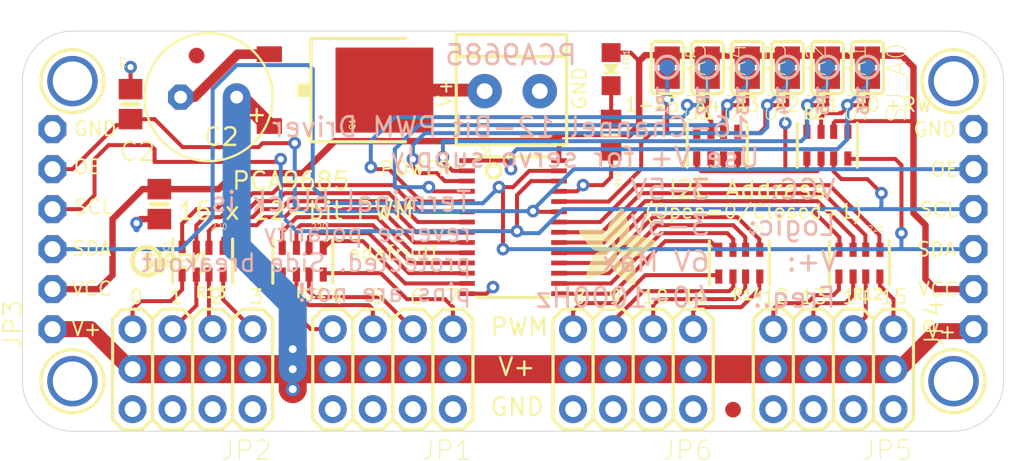
<source format=kicad_pcb>
(kicad_pcb (version 20221018) (generator pcbnew)
  (layers (0 "F.Cu" signal) (31 "B.Cu" signal) (34 "B.Paste" user) (35 "F.Paste" user) (36 "B.SilkS" user "B.Silkscreen") (37 "F.SilkS" user "F.Silkscreen") (38 "B.Mask" user) (39 "F.Mask" user) (44 "Edge.Cuts" user))
  (net 0 "")
  (net 1 "PWM0")
  (net 2 "PWM1")
  (net 3 "PWM2")
  (net 4 "PWM3")
  (net 5 "PWM4")
  (net 6 "PWM5")
  (net 7 "PWM6")
  (net 8 "PWM7")
  (net 9 "PWM8")
  (net 10 "PWM9")
  (net 11 "PWM10")
  (net 12 "PWM11")
  (net 13 "PWM12")
  (net 14 "PWM13")
  (net 15 "PWM14")
  (net 16 "PWM15")
  (net 17 "5.0V")
  (net 18 "GND")
  (net 19 "A0")
  (net 20 "A1")
  (net 21 "A2")
  (net 22 "A3")
  (net 23 "A4")
  (net 24 "A5")
  (net 25 "VCC")
  (net 26 "OE")
  (net 27 "SCL")
  (net 28 "SDA")
  (net 29 "PWRIN")
  (net 30 "N$1")
  (net 31 "N$2")
  (net 32 "N$3")
  (net 33 "N$4")
  (net 34 "N$5")
  (net 35 "N$6")
  (net 36 "N$7")
  (net 37 "N$8")
  (net 38 "N$9")
  (net 39 "N$10")
  (net 40 "N$11")
  (net 41 "N$12")
  (net 42 "N$13")
  (net 43 "N$14")
  (net 44 "N$15")
  (net 45 "N$16")
  (net 46 "N$17")
  (footprint "Adafruit PCA9685 rev C:E3,5-8" (layer "F.Cu") (at 129.1971 96.4946 180)
    (fp_text reference "C2")
    (fp_text value "")
  )
  (footprint "Adafruit PCA9685 rev C:3X04" (layer "F.Cu") (at 140.8811 113.7666 180)
    (fp_text reference "JP1")
    (fp_text value "")
  )
  (footprint "Adafruit PCA9685 rev C:RESPACK_4X0603" (layer "F.Cu") (at 168.4401 99.5426)
    (fp_text reference "R2")
    (fp_text value "10K")
  )
  (footprint "Adafruit PCA9685 rev C:3X04" (layer "F.Cu") (at 128.1811 113.7666 180)
    (fp_text reference "JP2")
    (fp_text value "")
  )
  (footprint "Adafruit PCA9685 rev C:FIDUCIAL_1MM" (layer "F.Cu") (at 162.4561 116.3386)
    (fp_text reference "FID1" hide)
    (fp_text value "FIDUCIAL\"\"" hide)
  )
  (footprint "Adafruit PCA9685 rev C:SOLDERJUMPER_REFLOW_NOPASTE" (layer "F.Cu") (at 163.3601 94.6216 -90)
    (fp_text reference "SJ_A3")
    (fp_text value "")
  )
  (footprint "Adafruit PCA9685 rev C:PCBFEAT-REV-040" (layer "F.Cu") (at 125.2601 106.9086)
    (fp_text reference "U$54" hide)
    (fp_text value "" hide)
  )
  (footprint "Adafruit PCA9685 rev C:MOUNTINGHOLE_2.5_PLATED" (layer "F.Cu") (at 120.5611 114.5286)
    (fp_text reference "U$48" hide)
    (fp_text value "MOUNTINGHOLE2.5" hide)
  )
  (footprint "Adafruit PCA9685 rev C:SOLDERJUMPER_REFLOW_NOPASTE" (layer "F.Cu") (at 160.8201 94.6216 -90)
    (fp_text reference "SJ_A4")
    (fp_text value "")
  )
  (footprint "Adafruit PCA9685 rev C:ADAFRUIT_5MM" (layer "F.Cu") (at 152.6921 108.4326)
    (fp_text reference "U$51" hide)
    (fp_text value "" hide)
  )
  (footprint "Adafruit PCA9685 rev C:3X04" (layer "F.Cu") (at 156.1211 113.7666 180)
    (fp_text reference "JP6")
    (fp_text value "")
  )
  (footprint "Adafruit PCA9685 rev C:RESPACK_4X0603" (layer "F.Cu") (at 161.4551 99.5426)
    (fp_text reference "R1")
    (fp_text value "10K")
  )
  (footprint "Adafruit PCA9685 rev C:RESPACK_4X0603" (layer "F.Cu") (at 162.8521 107.0356 180)
    (fp_text reference "R14")
    (fp_text value "220")
  )
  (footprint "Adafruit PCA9685 rev C:SOLDERJUMPER_REFLOW_NOPASTE" (layer "F.Cu") (at 165.9001 94.6216 -90)
    (fp_text reference "SJ_A2")
    (fp_text value "")
  )
  (footprint "Adafruit PCA9685 rev C:MOUNTINGHOLE_2.5_PLATED" (layer "F.Cu") (at 176.4411 114.5286)
    (fp_text reference "U$50" hide)
    (fp_text value "MOUNTINGHOLE2.5" hide)
  )
  (footprint "Adafruit PCA9685 rev C:1X06-CLEANBIG" (layer "F.Cu") (at 177.7111 104.8766 90)
    (fp_text reference "JP4")
    (fp_text value "")
  )
  (footprint "Adafruit PCA9685 rev C:0805-NO" (layer "F.Cu") (at 124.2441 96.9391 90)
    (fp_text reference "R7")
    (fp_text value "10K")
  )
  (footprint "Adafruit PCA9685 rev C:RESPACK_4X0603" (layer "F.Cu") (at 135.1661 106.9086 180)
    (fp_text reference "R11")
    (fp_text value "220")
  )
  (footprint "Adafruit PCA9685 rev C:RESPACK_4X0603" (layer "F.Cu") (at 128.8161 106.9086 180)
    (fp_text reference "R13")
    (fp_text value "220")
  )
  (footprint "Adafruit PCA9685 rev C:CHIPLED_0805_NOOUTLINE" (layer "F.Cu") (at 154.7241 94.7166 180)
    (fp_text reference "LED1")
    (fp_text value "GREEN")
  )
  (footprint "Adafruit PCA9685 rev C:MOUNTINGHOLE_2.5_PLATED" (layer "F.Cu") (at 120.5611 95.4786)
    (fp_text reference "U$47" hide)
    (fp_text value "MOUNTINGHOLE2.5" hide)
  )
  (footprint "Adafruit PCA9685 rev C:TSSOP28" (layer "F.Cu") (at 148.5011 104.7496 -90)
    (fp_text reference "U1")
    (fp_text value "PCA9685")
  )
  (footprint "Adafruit PCA9685 rev C:FIDUCIAL_1MM" (layer "F.Cu") (at 128.4341 93.8546)
    (fp_text reference "FID2" hide)
    (fp_text value "FIDUCIAL\"\"" hide)
  )
  (footprint "Adafruit PCA9685 rev C:0805-NO" (layer "F.Cu") (at 126.0696 103.2891 -90)
    (fp_text reference "C1")
    (fp_text value "10uF")
  )
  (footprint "Adafruit PCA9685 rev C:SOLDERJUMPER_REFLOW_NOPASTE" (layer "F.Cu") (at 168.4401 94.6216 -90)
    (fp_text reference "SJ_A1")
    (fp_text value "")
  )
  (footprint "Adafruit PCA9685 rev C:_0805MP" (layer "F.Cu") (at 154.7241 98.9076 -90)
    (fp_text reference "R10")
    (fp_text value "470")
  )
  (footprint "Adafruit PCA9685 rev C:MOUNTINGHOLE_2.5_PLATED" (layer "F.Cu") (at 176.4411 95.4786)
    (fp_text reference "U$49" hide)
    (fp_text value "MOUNTINGHOLE2.5" hide)
  )
  (footprint "Adafruit PCA9685 rev C:1X06-CLEANBIG" (layer "F.Cu") (at 119.2911 104.8766 90)
    (fp_text reference "JP3")
    (fp_text value "")
  )
  (footprint "Adafruit PCA9685 rev C:RESPACK_4X0603" (layer "F.Cu") (at 170.4721 107.0356 180)
    (fp_text reference "R12")
    (fp_text value "220")
  )
  (footprint "Adafruit PCA9685 rev C:TERMBLOCK_1X2-3.5MM" (layer "F.Cu") (at 148.5011 96.1136 180)
    (fp_text reference "J1")
    (fp_text value "" hide)
  )
  (footprint "Adafruit PCA9685 rev C:SOLDERJUMPER_REFLOW_NOPASTE" (layer "F.Cu") (at 158.2801 94.6216 -90)
    (fp_text reference "SJ_A5")
    (fp_text value "")
  )
  (footprint "Adafruit PCA9685 rev C:TO252" (layer "F.Cu") (at 137.8461 96.0486 -90)
    (fp_text reference "Q1")
    (fp_text value "AOD417")
  )
  (footprint "Adafruit PCA9685 rev C:3X04" (layer "F.Cu") (at 168.8211 113.7666 180)
    (fp_text reference "JP5")
    (fp_text value "")
  )
  (footprint "Adafruit PCA9685 rev C:SOLDERJUMPER_REFLOW_NOPASTE" (layer "F.Cu") (at 170.9801 94.6216 -90)
    (fp_text reference "SJ_A0")
    (fp_text value "")
  )
  (footprint "Adafruit PCA9685 rev C:TESTPOINT_ROUND_1MM" (layer "B.Cu") (at 168.4401 94.5896 -90)
    (fp_text reference "TP5")
    (fp_text value "")
  )
  (footprint "Adafruit PCA9685 rev C:TESTPOINT_ROUND_1MM" (layer "B.Cu") (at 170.9801 94.5896 -90)
    (fp_text reference "TP6")
    (fp_text value "")
  )
  (footprint "Adafruit PCA9685 rev C:TESTPOINT_ROUND_1MM" (layer "B.Cu") (at 160.8201 94.5896 -90)
    (fp_text reference "TP2")
    (fp_text value "")
  )
  (footprint "Adafruit PCA9685 rev C:TESTPOINT_ROUND_1MM" (layer "B.Cu") (at 165.9001 94.5896 -90)
    (fp_text reference "TP4")
    (fp_text value "")
  )
  (footprint "Adafruit PCA9685 rev C:TESTPOINT_ROUND_1MM" (layer "B.Cu") (at 163.3601 94.5896 -90)
    (fp_text reference "TP3")
    (fp_text value "")
  )
  (footprint "Adafruit PCA9685 rev C:TESTPOINT_ROUND_1MM" (layer "B.Cu") (at 158.2801 94.5896 -90)
    (fp_text reference "TP1")
    (fp_text value "")
  )
  (gr_arc (start 176.4411 92.3036) (mid 178.686164 93.233536) (end 179.6161 95.4786) (stroke (width 0.05)) (layer "Edge.Cuts"))
  (gr_line (start 176.4411 117.7036) (end 120.5611 117.7036) (stroke (width 0.05)) (layer "Edge.Cuts"))
  (gr_arc (start 120.5611 117.7036) (mid 118.316036 116.773664) (end 117.3861 114.5286) (stroke (width 0.05)) (layer "Edge.Cuts"))
  (gr_line (start 117.3861 114.5286) (end 117.3861 95.4786) (stroke (width 0.05)) (layer "Edge.Cuts"))
  (gr_line (start 179.6161 95.4786) (end 179.6161 114.5286) (stroke (width 0.05)) (layer "Edge.Cuts"))
  (gr_arc (start 179.6161 114.5286) (mid 178.686164 116.773664) (end 176.4411 117.7036) (stroke (width 0.05)) (layer "Edge.Cuts"))
  (gr_arc (start 117.3861 95.4786) (mid 118.316036 93.233536) (end 120.5611 92.3036) (stroke (width 0.05)) (layer "Edge.Cuts"))
  (gr_line (start 120.5611 92.3036) (end 176.4411 92.3036) (stroke (width 0.05)) (layer "Edge.Cuts"))
  (gr_text "Use V+ for servo supply" (at 164.2491 101.0666) (layer "B.SilkS") (effects (font (size 1.251712 1.251712) (thickness 0.170688)) (justify left bottom mirror)))
  (gr_text "protected. Side breakout" (at 145.9611 107.6706) (layer "B.SilkS") (effects (font (size 1.1176 1.1176) (thickness 0.1524)) (justify left bottom mirror)))
  (gr_text "40-1000Hz" (at 161.0741 109.9566) (layer "B.SilkS") (effects (font (size 1.251712 1.251712) (thickness 0.170688)) (justify left bottom mirror)))
  (gr_text "V+:" (at 169.2021 107.6706) (layer "B.SilkS") (effects (font (size 1.251712 1.251712) (thickness 0.170688)) (justify left bottom mirror)))
  (gr_text "reverse polarity" (at 145.9611 105.7656) (layer "B.SilkS") (effects (font (size 1.1176 1.1176) (thickness 0.1524)) (justify left bottom mirror)))
  (gr_text "Terminal block is" (at 145.9611 103.8606) (layer "B.SilkS") (effects (font (size 1.251712 1.251712) (thickness 0.170688)) (justify left bottom mirror)))
  (gr_text "Freq.:" (at 169.0751 109.9566) (layer "B.SilkS") (effects (font (size 1.251712 1.251712) (thickness 0.170688)) (justify left bottom mirror)))
  (gr_text "Logic:" (at 169.0751 105.3846) (layer "B.SilkS") (effects (font (size 1.251712 1.251712) (thickness 0.170688)) (justify left bottom mirror)))
  (gr_text "3-5V" (at 161.0741 103.0986) (layer "B.SilkS") (effects (font (size 1.251712 1.251712) (thickness 0.170688)) (justify left bottom mirror)))
  (gr_text "pins are not!" (at 145.9611 109.5756) (layer "B.SilkS") (effects (font (size 1.1176 1.1176) (thickness 0.1524)) (justify left bottom mirror)))
  (gr_text "6V Max" (at 161.0741 107.6706) (layer "B.SilkS") (effects (font (size 1.251712 1.251712) (thickness 0.170688)) (justify left bottom mirror)))
  (gr_text "VCC:" (at 169.0751 103.0986) (layer "B.SilkS") (effects (font (size 1.251712 1.251712) (thickness 0.170688)) (justify left bottom mirror)))
  (gr_text "3-5V" (at 161.0741 105.3846) (layer "B.SilkS") (effects (font (size 1.251712 1.251712) (thickness 0.170688)) (justify left bottom mirror)))
  (gr_text "PCA9685" (at 148.3741 93.8276) (layer "B.SilkS") (effects (font (size 1.251712 1.251712) (thickness 0.170688)) (justify mirror)))
  (gr_text "16-Channel 12-Bit PWM Driver" (at 148.3741 98.3996) (layer "B.SilkS") (effects (font (size 1.251712 1.251712) (thickness 0.170688)) (justify mirror)))
  (gr_text "GND" (at 176.6951 98.0186) (layer "F.SilkS") (effects (font (size 0.89408 0.89408) (thickness 0.12192)) (justify right top)))
  (gr_text "11" (at 159.1531 109.7026) (layer "F.SilkS") (effects (font (size 0.89408 0.89408) (thickness 0.12192)) (justify left bottom)))
  (gr_text "VCC" (at 176.8221 108.1786) (layer "F.SilkS") (effects (font (size 0.89408 0.89408) (thickness 0.12192)) (justify right top)))
  (gr_text "A3" (at 162.4711 97.5106) (layer "F.SilkS") (effects (font (size 0.89408 0.89408) (thickness 0.12192)) (justify left bottom)))
  (gr_text "GND" (at 120.5611 99.0346) (layer "F.SilkS") (effects (font (size 0.89408 0.89408) (thickness 0.12192)) (justify left bottom)))
  (gr_text "SDA" (at 176.6951 105.6386) (layer "F.SilkS") (effects (font (size 0.89408 0.89408) (thickness 0.12192)) (justify right top)))
  (gr_text "5" (at 139.3411 109.7026) (layer "F.SilkS") (effects (font (size 0.89408 0.89408) (thickness 0.12192)) (justify left bottom)))
  (gr_text "A2" (at 165.0111 97.5106) (layer "F.SilkS") (effects (font (size 0.89408 0.89408) (thickness 0.12192)) (justify left bottom)))
  (gr_text "adafruit!" (at 137.9601 106.9086) (layer "F.SilkS") (effects (font (size 0.89408 0.89408) (thickness 0.12192)) (justify left bottom)))
  (gr_text "4" (at 136.8011 109.7026) (layer "F.SilkS") (effects (font (size 0.89408 0.89408) (thickness 0.12192)) (justify left bottom)))
  (gr_text "8" (at 152.1681 109.7026) (layer "F.SilkS") (effects (font (size 0.89408 0.89408) (thickness 0.12192)) (justify left bottom)))
  (gr_text "C2" (at 128.8161 99.6696) (layer "F.SilkS") (effects (font (size 1.1176 1.1176) (thickness 0.1524)) (justify left bottom)))
  (gr_text "9" (at 154.4541 109.7026) (layer "F.SilkS") (effects (font (size 0.89408 0.89408) (thickness 0.12192)) (justify left bottom)))
  (gr_text "6" (at 141.8811 109.7026) (layer "F.SilkS") (effects (font (size 0.89408 0.89408) (thickness 0.12192)) (justify left bottom)))
  (gr_text "(Open=0/Closed=1)" (at 156.7561 104.2736) (layer "F.SilkS") (effects (font (size 0.89408 0.89408) (thickness 0.12192)) (justify left bottom)))
  (gr_text "A5" (at 157.3911 97.5106) (layer "F.SilkS") (effects (font (size 0.89408 0.89408) (thickness 0.12192)) (justify left bottom)))
  (gr_text "I2C Address" (at 158.2801 103.0036) (layer "F.SilkS") (effects (font (size 1.1176 1.1176) (thickness 0.1524)) (justify left bottom)))
  (gr_text "OE" (at 176.8221 100.5586) (layer "F.SilkS") (effects (font (size 0.89408 0.89408) (thickness 0.12192)) (justify right top)))
  (gr_text "SCL" (at 176.8221 103.0986) (layer "F.SilkS") (effects (font (size 0.89408 0.89408) (thickness 0.12192)) (justify right top)))
  (gr_text "14" (at 169.3131 109.7026) (layer "F.SilkS") (effects (font (size 0.89408 0.89408) (thickness 0.12192)) (justify left bottom)))
  (gr_text "V+" (at 147.4691 114.2746) (layer "F.SilkS") (effects (font (size 1.1176 1.1176) (thickness 0.1524)) (justify left bottom)))
  (gr_text "OE" (at 120.5611 101.4476) (layer "F.SilkS") (effects (font (size 0.89408 0.89408) (thickness 0.12192)) (justify left bottom)))
  (gr_text "GND" (at 153.2341 97.3756 90) (layer "F.SilkS") (effects (font (size 0.89408 0.89408) (thickness 0.12192)) (justify left bottom)))
  (gr_text "A1" (at 167.5511 97.5106) (layer "F.SilkS") (effects (font (size 0.89408 0.89408) (thickness 0.12192)) (justify left bottom)))
  (gr_text "PWM" (at 146.9611 111.7346) (layer "F.SilkS") (effects (font (size 1.1176 1.1176) (thickness 0.1524)) (justify left bottom)))
  (gr_text "13" (at 166.6461 109.7026) (layer "F.SilkS") (effects (font (size 0.89408 0.89408) (thickness 0.12192)) (justify left bottom)))
  (gr_text "12" (at 164.2331 109.7026) (layer "F.SilkS") (effects (font (size 0.89408 0.89408) (thickness 0.12192)) (justify left bottom)))
  (gr_text "2" (at 129.1811 109.7026) (layer "F.SilkS") (effects (font (size 0.89408 0.89408) (thickness 0.12192)) (justify left bottom)))
  (gr_text "10" (at 156.6131 109.7026) (layer "F.SilkS") (effects (font (size 0.89408 0.89408) (thickness 0.12192)) (justify left bottom)))
  (gr_text "A4" (at 159.9311 97.5106) (layer "F.SilkS") (effects (font (size 0.89408 0.89408) (thickness 0.12192)) (justify left bottom)))
  (gr_text "SDA" (at 120.4341 106.6546) (layer "F.SilkS") (effects (font (size 0.89408 0.89408) (thickness 0.12192)) (justify left bottom)))
  (gr_text "15" (at 171.7261 109.7026) (layer "F.SilkS") (effects (font (size 0.89408 0.89408) (thickness 0.12192)) (justify left bottom)))
  (gr_text "V+" (at 144.7251 97.2166 90) (layer "F.SilkS") (effects (font (size 0.89408 0.89408) (thickness 0.12192)) (justify left bottom)))
  (gr_text "POWER" (at 139.9921 101.5746) (layer "F.SilkS") (effects (font (size 0.89408 0.89408) (thickness 0.12192)) (justify left bottom)))
  (gr_text "PCA9685" (at 130.5941 102.4636) (layer "F.SilkS") (effects (font (size 1.1176 1.1176) (thickness 0.1524)) (justify left bottom)))
  (gr_text "V+" (at 120.4341 111.7346) (layer "F.SilkS") (effects (font (size 0.89408 0.89408) (thickness 0.12192)) (justify left bottom)))
  (gr_text "3" (at 131.7211 109.7026) (layer "F.SilkS") (effects (font (size 0.89408 0.89408) (thickness 0.12192)) (justify left bottom)))
  (gr_text "1+" (at 155.4861 97.5106) (layer "F.SilkS") (effects (font (size 0.89408 0.89408) (thickness 0.12192)) (justify left bottom)))
  (gr_text "7" (at 144.1671 109.7026) (layer "F.SilkS") (effects (font (size 0.89408 0.89408) (thickness 0.12192)) (justify left bottom)))
  (gr_text "V+" (at 176.6951 110.8456) (layer "F.SilkS") (effects (font (size 0.89408 0.89408) (thickness 0.12192)) (justify right top)))
  (gr_text "GND" (at 146.9611 116.8146) (layer "F.SilkS") (effects (font (size 1.1176 1.1176) (thickness 0.1524)) (justify left bottom)))
  (gr_text "1" (at 126.6411 109.7026) (layer "F.SilkS") (effects (font (size 0.89408 0.89408) (thickness 0.12192)) (justify left bottom)))
  (gr_text "SCL" (at 120.5611 103.9876) (layer "F.SilkS") (effects (font (size 0.89408 0.89408) (thickness 0.12192)) (justify left bottom)))
  (gr_text "+RW" (at 171.9961 97.5106) (layer "F.SilkS") (effects (font (size 0.89408 0.89408) (thickness 0.12192)) (justify left bottom)))
  (gr_text "A0" (at 170.0911 97.5106) (layer "F.SilkS") (effects (font (size 0.89408 0.89408) (thickness 0.12192)) (justify left bottom)))
  (gr_text "VCC" (at 120.4341 109.1946) (layer "F.SilkS") (effects (font (size 0.89408 0.89408) (thickness 0.12192)) (justify left bottom)))
  (gr_text "0" (at 124.1011 109.7026) (layer "F.SilkS") (effects (font (size 0.89408 0.89408) (thickness 0.12192)) (justify left bottom)))
  (gr_text "16 x 12-bit PWM" (at 127.1651 104.3686) (layer "F.SilkS") (effects (font (size 1.1176 1.1176) (thickness 0.1524)) (justify left bottom)))
  (segment (start 133.2611 102.5906) (end 133.7691 102.0826) (width 0.254) (layer "F.Cu") (net 1))
  (segment (start 131.4831 103.0986) (end 130.2131 103.0986) (width 0.254) (layer "F.Cu") (net 1))
  (segment (start 129.7051 103.6066) (end 128.4351 103.6066) (width 0.254) (layer "F.Cu") (net 1))
  (segment (start 133.7691 102.0826) (end 140.8811 102.0826) (width 0.254) (layer "F.Cu") (net 1))
  (segment (start 130.2131 103.0986) (end 129.7051 103.6066) (width 0.254) (layer "F.Cu") (net 1))
  (segment (start 128.4351 103.6066) (end 127.5161 104.5256) (width 0.254) (layer "F.Cu") (net 1))
  (segment (start 142.5731 103.7746) (end 145.5833 103.7746) (width 0.254) (layer "F.Cu") (net 1))
  (segment (start 140.8811 102.0826) (end 142.5731 103.7746) (width 0.254) (layer "F.Cu") (net 1))
  (segment (start 127.5161 104.5256) (end 127.5161 106.0586) (width 0.254) (layer "F.Cu") (net 1))
  (segment (start 131.9911 102.5906) (end 133.2611 102.5906) (width 0.254) (layer "F.Cu") (net 1))
  (segment (start 131.4831 103.0986) (end 131.9911 102.5906) (width 0.254) (layer "F.Cu") (net 1))
  (segment (start 132.2451 103.0986) (end 131.7371 103.6066) (width 0.254) (layer "F.Cu") (net 2))
  (segment (start 133.5151 103.0986) (end 132.2451 103.0986) (width 0.254) (layer "F.Cu") (net 2))
  (segment (start 133.5151 103.0986) (end 134.0231 102.5906) (width 0.254) (layer "F.Cu") (net 2))
  (segment (start 134.0231 102.5906) (end 140.6271 102.5906) (width 0.254) (layer "F.Cu") (net 2))
  (segment (start 128.4161 104.6416) (end 128.4161 106.0586) (width 0.254) (layer "F.Cu") (net 2))
  (segment (start 142.4611 104.4246) (end 145.5833 104.4246) (width 0.254) (layer "F.Cu") (net 2))
  (segment (start 140.6271 102.5906) (end 142.4611 104.4246) (width 0.254) (layer "F.Cu") (net 2))
  (segment (start 130.4671 103.6066) (end 129.9591 104.1146) (width 0.254) (layer "F.Cu") (net 2))
  (segment (start 129.9591 104.1146) (end 128.9431 104.1146) (width 0.254) (layer "F.Cu") (net 2))
  (segment (start 128.9431 104.1146) (end 128.4161 104.6416) (width 0.254) (layer "F.Cu") (net 2))
  (segment (start 131.7371 103.6066) (end 130.4671 103.6066) (width 0.254) (layer "F.Cu") (net 2))
  (segment (start 142.3491 105.0746) (end 145.5833 105.0746) (width 0.254) (layer "F.Cu") (net 3))
  (segment (start 131.9911 104.1146) (end 130.7211 104.1146) (width 0.254) (layer "F.Cu") (net 3))
  (segment (start 133.7691 103.6066) (end 134.2771 103.0986) (width 0.254) (layer "F.Cu") (net 3))
  (segment (start 132.4991 103.6066) (end 131.9911 104.1146) (width 0.254) (layer "F.Cu") (net 3))
  (segment (start 130.7211 104.1146) (end 130.2131 104.6226) (width 0.254) (layer "F.Cu") (net 3))
  (segment (start 129.2161 105.0226) (end 129.2161 106.0586) (width 0.254) (layer "F.Cu") (net 3))
  (segment (start 129.5781 104.6226) (end 129.1971 105.0036) (width 0.254) (layer "F.Cu") (net 3))
  (segment (start 133.7691 103.6066) (end 132.4991 103.6066) (width 0.254) (layer "F.Cu") (net 3))
  (segment (start 130.2131 104.6226) (end 129.5781 104.6226) (width 0.254) (layer "F.Cu") (net 3))
  (segment (start 134.2771 103.0986) (end 140.3731 103.0986) (width 0.254) (layer "F.Cu") (net 3))
  (segment (start 129.1971 105.0036) (end 129.2161 105.0226) (width 0.254) (layer "F.Cu") (net 3))
  (segment (start 140.3731 103.0986) (end 142.3491 105.0746) (width 0.254) (layer "F.Cu") (net 3))
  (segment (start 130.1161 105.4816) (end 130.1161 106.0586) (width 0.254) (layer "F.Cu") (net 4))
  (segment (start 132.7531 104.1146) (end 132.2451 104.6226) (width 0.254) (layer "F.Cu") (net 4))
  (segment (start 140.1191 103.6066) (end 142.2371 105.7246) (width 0.254) (layer "F.Cu") (net 4))
  (segment (start 134.5311 103.6066) (end 140.1191 103.6066) (width 0.254) (layer "F.Cu") (net 4))
  (segment (start 142.2371 105.7246) (end 145.5833 105.7246) (width 0.254) (layer "F.Cu") (net 4))
  (segment (start 132.2451 104.6226) (end 130.9751 104.6226) (width 0.254) (layer "F.Cu") (net 4))
  (segment (start 134.0231 104.1146) (end 132.7531 104.1146) (width 0.254) (layer "F.Cu") (net 4))
  (segment (start 134.0231 104.1146) (end 134.5311 103.6066) (width 0.254) (layer "F.Cu") (net 4))
  (segment (start 130.9751 104.6226) (end 130.1161 105.4816) (width 0.254) (layer "F.Cu") (net 4))
  (segment (start 133.8661 105.0336) (end 134.7851 104.1146) (width 0.254) (layer "F.Cu") (net 5))
  (segment (start 142.1251 106.3746) (end 145.5833 106.3746) (width 0.254) (layer "F.Cu") (net 5))
  (segment (start 134.7851 104.1146) (end 139.8651 104.1146) (width 0.254) (layer "F.Cu") (net 5))
  (segment (start 139.8651 104.1146) (end 142.1251 106.3746) (width 0.254) (layer "F.Cu") (net 5))
  (segment (start 133.8661 106.0586) (end 133.8661 105.0336) (width 0.254) (layer "F.Cu") (net 5))
  (segment (start 135.0391 104.6226) (end 139.6111 104.6226) (width 0.254) (layer "F.Cu") (net 6))
  (segment (start 134.7661 106.0586) (end 134.7661 104.8956) (width 0.254) (layer "F.Cu") (net 6))
  (segment (start 134.7661 104.8956) (end 135.0391 104.6226) (width 0.254) (layer "F.Cu") (net 6))
  (segment (start 142.0131 107.0246) (end 145.5833 107.0246) (width 0.254) (layer "F.Cu") (net 6))
  (segment (start 139.6111 104.6226) (end 142.0131 107.0246) (width 0.254) (layer "F.Cu") (net 6))
  (segment (start 135.5661 106.0586) (end 135.5661 105.3656) (width 0.254) (layer "F.Cu") (net 7))
  (segment (start 135.8011 105.1306) (end 139.3571 105.1306) (width 0.254) (layer "F.Cu") (net 7))
  (segment (start 139.3571 105.1306) (end 141.9011 107.6746) (width 0.254) (layer "F.Cu") (net 7))
  (segment (start 141.9011 107.6746) (end 145.5833 107.6746) (width 0.254) (layer "F.Cu") (net 7))
  (segment (start 135.5661 105.3656) (end 135.8011 105.1306) (width 0.254) (layer "F.Cu") (net 7))
  (segment (start 138.9761 105.6386) (end 141.6621 108.3246) (width 0.254) (layer "F.Cu") (net 8))
  (segment (start 136.4661 106.0586) (end 136.4661 106.1166) (width 0.254) (layer "F.Cu") (net 8))
  (segment (start 136.9441 105.6386) (end 138.9761 105.6386) (width 0.254) (layer "F.Cu") (net 8))
  (segment (start 136.4661 106.1166) (end 136.9441 105.6386) (width 0.254) (layer "F.Cu") (net 8))
  (segment (start 141.6621 108.3246) (end 145.5833 108.3246) (width 0.254) (layer "F.Cu") (net 8))
  (segment (start 161.0051 105.6386) (end 161.5521 106.1856) (width 0.254) (layer "F.Cu") (net 9))
  (segment (start 154.8171 108.9746) (end 158.1531 105.6386) (width 0.254) (layer "F.Cu") (net 9))
  (segment (start 151.4189 108.9746) (end 154.8171 108.9746) (width 0.254) (layer "F.Cu") (net 9))
  (segment (start 158.1531 105.6386) (end 161.0051 105.6386) (width 0.254) (layer "F.Cu") (net 9))
  (segment (start 151.4189 108.3246) (end 154.7051 108.3246) (width 0.254) (layer "F.Cu") (net 10))
  (segment (start 154.7051 108.3246) (end 157.8991 105.1306) (width 0.254) (layer "F.Cu") (net 10))
  (segment (start 162.4711 106.1666) (end 162.4521 106.1856) (width 0.254) (layer "F.Cu") (net 10))
  (segment (start 162.0901 105.1306) (end 162.4711 105.5116) (width 0.254) (layer "F.Cu") (net 10))
  (segment (start 162.4711 105.5116) (end 162.4711 106.1666) (width 0.254) (layer "F.Cu") (net 10))
  (segment (start 157.8991 105.1306) (end 162.0901 105.1306) (width 0.254) (layer "F.Cu") (net 10))
  (segment (start 162.4711 104.6226) (end 163.2331 105.3846) (width 0.254) (layer "F.Cu") (net 11))
  (segment (start 154.5931 107.6746) (end 157.6451 104.6226) (width 0.254) (layer "F.Cu") (net 11))
  (segment (start 157.6451 104.6226) (end 162.4711 104.6226) (width 0.254) (layer "F.Cu") (net 11))
  (segment (start 163.2331 105.3846) (end 163.2331 106.1666) (width 0.254) (layer "F.Cu") (net 11))
  (segment (start 163.2331 106.1666) (end 163.2521 106.1856) (width 0.254) (layer "F.Cu") (net 11))
  (segment (start 151.4189 107.6746) (end 154.5931 107.6746) (width 0.254) (layer "F.Cu") (net 11))
  (segment (start 162.7251 104.1146) (end 164.1221 105.5116) (width 0.254) (layer "F.Cu") (net 12))
  (segment (start 164.1221 106.1556) (end 164.1521 106.1856) (width 0.254) (layer "F.Cu") (net 12))
  (segment (start 157.3911 104.1146) (end 162.7251 104.1146) (width 0.254) (layer "F.Cu") (net 12))
  (segment (start 154.4811 107.0246) (end 157.3911 104.1146) (width 0.254) (layer "F.Cu") (net 12))
  (segment (start 151.4189 107.0246) (end 154.4811 107.0246) (width 0.254) (layer "F.Cu") (net 12))
  (segment (start 164.1221 105.5116) (end 164.1221 106.1556) (width 0.254) (layer "F.Cu") (net 12))
  (segment (start 157.1371 103.6066) (end 167.4241 103.6066) (width 0.254) (layer "F.Cu") (net 13))
  (segment (start 154.3691 106.3746) (end 157.1371 103.6066) (width 0.254) (layer "F.Cu") (net 13))
  (segment (start 151.4189 106.3746) (end 154.3691 106.3746) (width 0.254) (layer "F.Cu") (net 13))
  (segment (start 169.2021 106.1556) (end 169.1721 106.1856) (width 0.254) (layer "F.Cu") (net 13))
  (segment (start 167.4241 103.6066) (end 169.2021 105.3846) (width 0.254) (layer "F.Cu") (net 13))
  (segment (start 169.2021 105.3846) (end 169.2021 106.1556) (width 0.254) (layer "F.Cu") (net 13))
  (segment (start 170.0911 106.1666) (end 170.0721 106.1856) (width 0.254) (layer "F.Cu") (net 14))
  (segment (start 170.0911 105.3846) (end 170.0911 106.1666) (width 0.254) (layer "F.Cu") (net 14))
  (segment (start 154.2571 105.7246) (end 156.8831 103.0986) (width 0.254) (layer "F.Cu") (net 14))
  (segment (start 151.4189 105.7246) (end 154.2571 105.7246) (width 0.254) (layer "F.Cu") (net 14))
  (segment (start 156.8831 103.0986) (end 167.8051 103.0986) (width 0.254) (layer "F.Cu") (net 14))
  (segment (start 167.8051 103.0986) (end 170.0911 105.3846) (width 0.254) (layer "F.Cu") (net 14))
  (segment (start 156.6291 102.5906) (end 168.1861 102.5906) (width 0.254) (layer "F.Cu") (net 15))
  (segment (start 154.1451 105.0746) (end 156.6291 102.5906) (width 0.254) (layer "F.Cu") (net 15))
  (segment (start 170.8531 106.1666) (end 170.8721 106.1856) (width 0.254) (layer "F.Cu") (net 15))
  (segment (start 168.1861 102.5906) (end 170.8531 105.2576) (width 0.254) (layer "F.Cu") (net 15))
  (segment (start 170.8531 105.2576) (end 170.8531 106.1666) (width 0.254) (layer "F.Cu") (net 15))
  (segment (start 151.4189 105.0746) (end 154.1451 105.0746) (width 0.254) (layer "F.Cu") (net 15))
  (segment (start 171.7421 106.1556) (end 171.7721 106.1856) (width 0.254) (layer "F.Cu") (net 16))
  (segment (start 168.5671 102.0826) (end 171.7421 105.2576) (width 0.254) (layer "F.Cu") (net 16))
  (segment (start 156.3751 102.0826) (end 168.5671 102.0826) (width 0.254) (layer "F.Cu") (net 16))
  (segment (start 154.0331 104.4246) (end 156.3751 102.0826) (width 0.254) (layer "F.Cu") (net 16))
  (segment (start 171.7421 105.2576) (end 171.7421 106.1556) (width 0.254) (layer "F.Cu") (net 16))
  (segment (start 151.4189 104.4246) (end 154.0331 104.4246) (width 0.254) (layer "F.Cu") (net 16))
  (segment (start 121.7041 111.2266) (end 119.2911 111.2266) (width 1.016) (layer "F.Cu") (net 17))
  (segment (start 129.4511 113.7666) (end 126.9111 113.7666) (width 1.778) (layer "F.Cu") (net 17))
  (segment (start 154.8511 113.7666) (end 157.3911 113.7666) (width 1.778) (layer "F.Cu") (net 17))
  (segment (start 133.0461 98.3286) (end 131.2121 96.4946) (width 1.016) (layer "F.Cu") (net 17))
  (segment (start 170.0911 113.7666) (end 172.6311 113.7666) (width 1.778) (layer "F.Cu") (net 17))
  (segment (start 139.6111 113.7666) (end 137.0711 113.7666) (width 1.778) (layer "F.Cu") (net 17))
  (segment (start 124.2441 113.7666) (end 121.7041 111.2266) (width 1.016) (layer "F.Cu") (net 17))
  (segment (start 134.5311 113.7666) (end 134.5311 115.0366) (width 1.778) (layer "F.Cu") (net 17))
  (segment (start 134.5311 113.7666) (end 134.5311 112.4966) (width 1.778) (layer "F.Cu") (net 17))
  (segment (start 159.9311 113.7666) (end 165.0111 113.7666) (width 1.778) (layer "F.Cu") (net 17))
  (segment (start 173.0121 113.7666) (end 175.4251 111.3536) (width 1.016) (layer "F.Cu") (net 17))
  (segment (start 137.0711 113.7666) (end 134.5311 113.7666) (width 1.778) (layer "F.Cu") (net 17))
  (segment (start 172.6311 113.7666) (end 173.0121 113.7666) (width 0.254) (layer "F.Cu") (net 17))
  (segment (start 144.6911 113.7666) (end 142.1511 113.7666) (width 1.778) (layer "F.Cu") (net 17))
  (segment (start 157.3911 113.7666) (end 159.9311 113.7666) (width 1.778) (layer "F.Cu") (net 17))
  (segment (start 177.5841 111.3536) (end 177.7111 111.2266) (width 1.016) (layer "F.Cu") (net 17))
  (segment (start 152.3111 113.7666) (end 154.8511 113.7666) (width 1.778) (layer "F.Cu") (net 17))
  (segment (start 142.1511 113.7666) (end 139.6111 113.7666) (width 1.778) (layer "F.Cu") (net 17))
  (segment (start 124.3711 113.7666) (end 124.2441 113.7666) (width 0.254) (layer "F.Cu") (net 17))
  (segment (start 134.5311 113.7666) (end 131.9911 113.7666) (width 1.778) (layer "F.Cu") (net 17))
  (segment (start 175.4251 111.3536) (end 177.5841 111.3536) (width 1.016) (layer "F.Cu") (net 17))
  (segment (start 144.6911 113.7666) (end 152.3111 113.7666) (width 1.778) (layer "F.Cu") (net 17))
  (segment (start 131.9911 113.7666) (end 129.4511 113.7666) (width 1.778) (layer "F.Cu") (net 17))
  (segment (start 131.2121 96.4946) (end 130.9751 96.4946) (width 1.016) (layer "F.Cu") (net 17))
  (segment (start 165.0111 113.7666) (end 167.5511 113.7666) (width 1.778) (layer "F.Cu") (net 17))
  (segment (start 167.5511 113.7666) (end 170.0911 113.7666) (width 1.778) (layer "F.Cu") (net 17))
  (segment (start 126.9111 113.7666) (end 124.3711 113.7666) (width 1.778) (layer "F.Cu") (net 17))
  (via (at 134.5311 112.4966) (size 0.9064) (drill 0.5) (layers "F.Cu" "B.Cu") (net 17))
  (via (at 134.5311 113.7666) (size 0.9064) (drill 0.5) (layers "F.Cu" "B.Cu") (net 17))
  (via (at 134.5311 115.0366) (size 0.9064) (drill 0.5) (layers "F.Cu" "B.Cu") (net 17))
  (segment (start 134.5311 109.5756) (end 130.9751 106.0196) (width 1.778) (layer "B.Cu") (net 17))
  (segment (start 130.9751 106.0196) (end 130.9751 96.4946) (width 1.778) (layer "B.Cu") (net 17))
  (segment (start 134.5311 113.7666) (end 134.5311 109.5756) (width 1.778) (layer "B.Cu") (net 17))
  (segment (start 165.7731 101.1936) (end 167.1701 101.1936) (width 0.254) (layer "F.Cu") (net 18))
  (segment (start 160.4391 101.1936) (end 161.0741 101.1936) (width 0.254) (layer "F.Cu") (net 18))
  (segment (start 167.1701 101.1936) (end 167.8051 101.1936) (width 0.254) (layer "F.Cu") (net 18))
  (segment (start 145.5833 108.9746) (end 146.8161 108.9746) (width 0.254) (layer "F.Cu") (net 18))
  (segment (start 168.0591 100.9396) (end 168.0591 100.4116) (width 0.254) (layer "F.Cu") (net 18))
  (segment (start 154.7241 99.9236) (end 154.7241 101.5746) (width 0.254) (layer "F.Cu") (net 18))
  (segment (start 161.0551 101.1746) (end 161.0741 101.1936) (width 0.254) (layer "F.Cu") (net 18))
  (segment (start 160.1551 100.3926) (end 160.1551 100.9096) (width 0.254) (layer "F.Cu") (net 18))
  (segment (start 161.8551 101.1746) (end 161.8361 101.1936) (width 0.254) (layer "F.Cu") (net 18))
  (segment (start 167.1401 101.1636) (end 167.1701 101.1936) (width 0.254) (layer "F.Cu") (net 18))
  (segment (start 162.8521 101.1936) (end 165.7731 101.1936) (width 0.254) (layer "F.Cu") (net 18))
  (segment (start 161.8551 100.3926) (end 161.8551 101.1746) (width 0.254) (layer "F.Cu") (net 18))
  (segment (start 152.5541 102.4746) (end 152.9461 102.0826) (width 0.254) (layer "F.Cu") (net 18))
  (segment (start 161.0741 101.1936) (end 161.8361 101.1936) (width 0.254) (layer "F.Cu") (net 18))
  (segment (start 124.2441 94.5896) (end 124.2441 95.9891) (width 0.254) (layer "F.Cu") (net 18))
  (segment (start 131.0341 93.7686) (end 128.3081 96.4946) (width 0.6096) (layer "F.Cu") (net 18))
  (segment (start 168.0591 100.4116) (end 168.0401 100.3926) (width 0.254) (layer "F.Cu") (net 18))
  (segment (start 162.7551 101.0966) (end 162.8521 101.1936) (width 0.254) (layer "F.Cu") (net 18))
  (segment (start 161.8361 101.1936) (end 162.8521 101.1936) (width 0.254) (layer "F.Cu") (net 18))
  (segment (start 167.8051 101.1936) (end 168.0591 100.9396) (width 0.254) (layer "F.Cu") (net 18))
  (segment (start 154.7241 101.5746) (end 154.2161 102.0826) (width 0.254) (layer "F.Cu") (net 18))
  (segment (start 154.2161 102.0826) (end 152.9461 102.0826) (width 0.254) (layer "F.Cu") (net 18))
  (segment (start 128.3081 96.4946) (end 127.4191 96.4946) (width 0.6096) (layer "F.Cu") (net 18))
  (segment (start 124.8816 104.2391) (end 124.6251 104.4956) (width 0.4064) (layer "F.Cu") (net 18))
  (segment (start 160.1551 100.9096) (end 160.4391 101.1936) (width 0.254) (layer "F.Cu") (net 18))
  (segment (start 161.0551 100.3926) (end 161.0551 101.1746) (width 0.254) (layer "F.Cu") (net 18))
  (segment (start 162.7551 100.3926) (end 162.7551 101.0966) (width 0.254) (layer "F.Cu") (net 18))
  (segment (start 133.0461 93.7686) (end 131.0341 93.7686) (width 0.6096) (layer "F.Cu") (net 18))
  (segment (start 146.8161 108.9746) (end 147.2311 108.5596) (width 0.254) (layer "F.Cu") (net 18))
  (segment (start 151.4189 102.4746) (end 152.5541 102.4746) (width 0.254) (layer "F.Cu") (net 18))
  (segment (start 165.7731 98.1456) (end 165.7731 101.1936) (width 0.254) (layer "F.Cu") (net 18))
  (segment (start 167.1401 100.3926) (end 167.1401 101.1636) (width 0.254) (layer "F.Cu") (net 18))
  (segment (start 126.0696 104.2391) (end 124.8816 104.2391) (width 0.4064) (layer "F.Cu") (net 18))
  (via (at 165.7731 98.1456) (size 0.8001) (drill 0.3937) (layers "F.Cu" "B.Cu") (net 18))
  (via (at 152.9461 102.0826) (size 0.8001) (drill 0.3937) (layers "F.Cu" "B.Cu") (net 18))
  (via (at 124.6251 104.4956) (size 0.8001) (drill 0.3937) (layers "F.Cu" "B.Cu") (net 18))
  (via (at 147.2311 108.5596) (size 0.8001) (drill 0.3937) (layers "F.Cu" "B.Cu") (net 18))
  (via (at 124.2441 94.5896) (size 0.8001) (drill 0.3937) (layers "F.Cu" "B.Cu") (net 18))
  (segment (start 124.6251 104.4956) (end 124.6251 104.8766) (width 0.4064) (layer "B.Cu") (net 18))
  (segment (start 152.9461 102.0826) (end 153.2001 102.0826) (width 0.254) (layer "B.Cu") (net 18))
  (segment (start 170.9801 97.0026) (end 170.9801 95.3836) (width 0.254) (layer "F.Cu") (net 19))
  (segment (start 169.3291 97.5106) (end 169.7101 97.1296) (width 0.254) (layer "F.Cu") (net 19))
  (segment (start 168.3131 97.5106) (end 169.3291 97.5106) (width 0.254) (layer "F.Cu") (net 19))
  (segment (start 169.7101 97.1296) (end 169.7101 97.0026) (width 0.254) (layer "F.Cu") (net 19))
  (segment (start 168.0401 98.6926) (end 168.0401 97.7836) (width 0.254) (layer "F.Cu") (net 19))
  (segment (start 168.0401 97.7836) (end 168.3131 97.5106) (width 0.254) (layer "F.Cu") (net 19))
  (segment (start 145.5833 100.5246) (end 148.0861 100.5246) (width 0.254) (layer "F.Cu") (net 19))
  (segment (start 169.7101 97.0026) (end 170.9801 97.0026) (width 0.254) (layer "F.Cu") (net 19))
  (segment (start 148.3741 100.8126) (end 148.3741 101.0666) (width 0.254) (layer "F.Cu") (net 19))
  (segment (start 148.0861 100.5246) (end 148.3741 100.8126) (width 0.254) (layer "F.Cu") (net 19))
  (via (at 148.3741 101.0666) (size 0.8001) (drill 0.3937) (layers "F.Cu" "B.Cu") (net 19))
  (via (at 169.7101 97.0026) (size 0.8001) (drill 0.3937) (layers "F.Cu" "B.Cu") (net 19))
  (segment (start 148.3741 100.1776) (end 148.7551 99.7966) (width 0.254) (layer "B.Cu") (net 19))
  (segment (start 170.9801 95.7326) (end 169.7101 97.0026) (width 0.254) (layer "B.Cu") (net 19))
  (segment (start 170.9801 94.5896) (end 170.9801 95.7326) (width 0.254) (layer "B.Cu") (net 19))
  (segment (start 169.0751 99.7966) (end 169.7101 99.1616) (width 0.254) (layer "B.Cu") (net 19))
  (segment (start 169.7101 99.1616) (end 169.7101 97.0026) (width 0.254) (layer "B.Cu") (net 19))
  (segment (start 148.3741 101.0666) (end 148.3741 100.1776) (width 0.254) (layer "B.Cu") (net 19))
  (segment (start 148.7551 99.7966) (end 169.0751 99.7966) (width 0.254) (layer "B.Cu") (net 19))
  (segment (start 144.0561 100.5586) (end 144.0561 100.3046) (width 0.254) (layer "F.Cu") (net 20))
  (segment (start 144.6721 101.1746) (end 144.0561 100.5586) (width 0.254) (layer "F.Cu") (net 20))
  (segment (start 167.1401 97.0326) (end 167.1701 97.0026) (width 0.254) (layer "F.Cu") (net 20))
  (segment (start 167.1401 98.6926) (end 167.1401 97.0326) (width 0.254) (layer "F.Cu") (net 20))
  (segment (start 168.4401 97.0026) (end 168.4401 95.3836) (width 0.254) (layer "F.Cu") (net 20))
  (segment (start 145.5833 101.1746) (end 144.6721 101.1746) (width 0.254) (layer "F.Cu") (net 20))
  (segment (start 167.1701 97.0026) (end 168.4401 97.0026) (width 0.254) (layer "F.Cu") (net 20))
  (via (at 167.1701 97.0026) (size 0.8001) (drill 0.3937) (layers "F.Cu" "B.Cu") (net 20))
  (via (at 144.0561 100.3046) (size 0.8001) (drill 0.3937) (layers "F.Cu" "B.Cu") (net 20))
  (segment (start 168.4401 95.7326) (end 167.1701 97.0026) (width 0.254) (layer "B.Cu") (net 20))
  (segment (start 144.0561 100.3046) (end 144.0561 99.2886) (width 0.254) (layer "B.Cu") (net 20))
  (segment (start 144.0561 99.2886) (end 166.7891 99.2886) (width 0.254) (layer "B.Cu") (net 20))
  (segment (start 166.7891 99.2886) (end 167.1701 98.9076) (width 0.254) (layer "B.Cu") (net 20))
  (segment (start 167.1701 98.9076) (end 167.1701 97.0026) (width 0.254) (layer "B.Cu") (net 20))
  (segment (start 168.4401 94.5896) (end 168.4401 95.7326) (width 0.254) (layer "B.Cu") (net 20))
  (segment (start 164.1221 98.7806) (end 162.8431 98.7806) (width 0.254) (layer "F.Cu") (net 21))
  (segment (start 164.5031 97.1296) (end 164.5031 98.3996) (width 0.254) (layer "F.Cu") (net 21))
  (segment (start 142.1511 100.9396) (end 142.5321 101.3206) (width 0.254) (layer "F.Cu") (net 21))
  (segment (start 142.1511 100.9396) (end 142.1511 100.4316) (width 0.254) (layer "F.Cu") (net 21))
  (segment (start 162.8431 98.7806) (end 162.7551 98.6926) (width 0.254) (layer "F.Cu") (net 21))
  (segment (start 164.5031 98.3996) (end 164.1221 98.7806) (width 0.254) (layer "F.Cu") (net 21))
  (segment (start 164.6301 97.0026) (end 165.9001 97.0026) (width 0.254) (layer "F.Cu") (net 21))
  (segment (start 144.1791 101.8246) (end 145.5833 101.8246) (width 0.254) (layer "F.Cu") (net 21))
  (segment (start 165.9001 97.0026) (end 165.9001 95.3836) (width 0.254) (layer "F.Cu") (net 21))
  (segment (start 164.5031 97.1296) (end 164.6301 97.0026) (width 0.254) (layer "F.Cu") (net 21))
  (segment (start 143.6751 101.3206) (end 144.1791 101.8246) (width 0.254) (layer "F.Cu") (net 21))
  (segment (start 142.5321 101.3206) (end 143.6751 101.3206) (width 0.254) (layer "F.Cu") (net 21))
  (via (at 164.6301 97.0026) (size 0.8001) (drill 0.3937) (layers "F.Cu" "B.Cu") (net 21))
  (via (at 142.1511 100.4316) (size 0.8001) (drill 0.3937) (layers "F.Cu" "B.Cu") (net 21))
  (segment (start 142.9131 98.7806) (end 164.2491 98.7806) (width 0.254) (layer "B.Cu") (net 21))
  (segment (start 165.9001 95.7326) (end 164.6301 97.0026) (width 0.254) (layer "B.Cu") (net 21))
  (segment (start 164.2491 98.7806) (end 164.6301 98.3996) (width 0.254) (layer "B.Cu") (net 21))
  (segment (start 142.1511 99.5426) (end 142.9131 98.7806) (width 0.254) (layer "B.Cu") (net 21))
  (segment (start 165.9001 94.5896) (end 165.9001 95.7326) (width 0.254) (layer "B.Cu") (net 21))
  (segment (start 164.6301 98.3996) (end 164.6301 97.0026) (width 0.254) (layer "B.Cu") (net 21))
  (segment (start 142.1511 100.4316) (end 142.1511 99.5426) (width 0.254) (layer "B.Cu") (net 21))
  (segment (start 143.4321 102.4746) (end 145.5833 102.4746) (width 0.254) (layer "F.Cu") (net 22))
  (segment (start 163.3601 97.0026) (end 163.3601 95.3836) (width 0.254) (layer "F.Cu") (net 22))
  (segment (start 161.8551 97.2376) (end 162.0901 97.0026) (width 0.254) (layer "F.Cu") (net 22))
  (segment (start 143.1671 102.2096) (end 143.4321 102.4746) (width 0.254) (layer "F.Cu") (net 22))
  (segment (start 162.0901 97.0026) (end 163.3601 97.0026) (width 0.254) (layer "F.Cu") (net 22))
  (segment (start 161.8551 98.6926) (end 161.8551 97.2376) (width 0.254) (layer "F.Cu") (net 22))
  (via (at 143.1671 102.2096) (size 0.8001) (drill 0.3937) (layers "F.Cu" "B.Cu") (net 22))
  (via (at 162.0901 97.0026) (size 0.8001) (drill 0.3937) (layers "F.Cu" "B.Cu") (net 22))
  (segment (start 141.0081 102.2096) (end 141.0081 99.7966) (width 0.254) (layer "B.Cu") (net 22))
  (segment (start 162.0901 97.7646) (end 162.0901 97.0026) (width 0.254) (layer "B.Cu") (net 22))
  (segment (start 161.5821 98.2726) (end 162.0901 97.7646) (width 0.254) (layer "B.Cu") (net 22))
  (segment (start 163.3601 95.7326) (end 162.0901 97.0026) (width 0.254) (layer "B.Cu") (net 22))
  (segment (start 141.0081 102.2096) (end 143.1671 102.2096) (width 0.254) (layer "B.Cu") (net 22))
  (segment (start 141.0081 99.7966) (end 142.5321 98.2726) (width 0.254) (layer "B.Cu") (net 22))
  (segment (start 163.3601 94.5896) (end 163.3601 95.7326) (width 0.254) (layer "B.Cu") (net 22))
  (segment (start 142.5321 98.2726) (end 161.5821 98.2726) (width 0.254) (layer "B.Cu") (net 22))
  (segment (start 140.6271 101.0666) (end 139.6111 101.0666) (width 0.254) (layer "F.Cu") (net 23))
  (segment (start 142.6851 103.1246) (end 140.6271 101.0666) (width 0.254) (layer "F.Cu") (net 23))
  (segment (start 160.8201 97.0026) (end 160.8201 95.3836) (width 0.254) (layer "F.Cu") (net 23))
  (segment (start 142.6851 103.1246) (end 145.5833 103.1246) (width 0.254) (layer "F.Cu") (net 23))
  (segment (start 160.8201 97.7646) (end 161.0741 98.0186) (width 0.254) (layer "F.Cu") (net 23))
  (segment (start 161.0741 98.6736) (end 161.0551 98.6926) (width 0.254) (layer "F.Cu") (net 23))
  (segment (start 159.5501 97.0026) (end 160.8201 97.0026) (width 0.254) (layer "F.Cu") (net 23))
  (segment (start 160.8201 97.0026) (end 160.8201 97.7646) (width 0.254) (layer "F.Cu") (net 23))
  (segment (start 139.6111 101.0666) (end 139.4841 100.9396) (width 0.254) (layer "F.Cu") (net 23))
  (segment (start 161.0741 98.0186) (end 161.0741 98.6736) (width 0.254) (layer "F.Cu") (net 23))
  (via (at 139.4841 100.9396) (size 0.8001) (drill 0.3937) (layers "F.Cu" "B.Cu") (net 23))
  (via (at 159.5501 97.0026) (size 0.8001) (drill 0.3937) (layers "F.Cu" "B.Cu") (net 23))
  (segment (start 160.8201 96.4946) (end 160.3121 97.0026) (width 0.254) (layer "B.Cu") (net 23))
  (segment (start 139.4841 100.9396) (end 139.4841 99.2886) (width 0.254) (layer "B.Cu") (net 23))
  (segment (start 160.8201 94.5896) (end 160.8201 96.4946) (width 0.254) (layer "B.Cu") (net 23))
  (segment (start 160.3121 97.0026) (end 159.5501 97.0026) (width 0.254) (layer "B.Cu") (net 23))
  (segment (start 159.5501 97.5106) (end 159.5501 97.0026) (width 0.254) (layer "B.Cu") (net 23))
  (segment (start 139.4841 99.2886) (end 141.0081 97.7646) (width 0.254) (layer "B.Cu") (net 23))
  (segment (start 159.2961 97.7646) (end 159.5501 97.5106) (width 0.254) (layer "B.Cu") (net 23))
  (segment (start 141.0081 97.7646) (end 159.2961 97.7646) (width 0.254) (layer "B.Cu") (net 23))
  (segment (start 160.0671 98.7806) (end 160.1551 98.6926) (width 0.254) (layer "F.Cu") (net 24))
  (segment (start 158.2801 98.7806) (end 160.0671 98.7806) (width 0.254) (layer "F.Cu") (net 24))
  (segment (start 157.2641 98.7806) (end 158.2801 98.7806) (width 0.254) (layer "F.Cu") (net 24))
  (segment (start 158.2801 95.3836) (end 158.2801 96.6216) (width 0.254) (layer "F.Cu") (net 24))
  (segment (start 156.6291 101.0666) (end 156.6291 99.4156) (width 0.254) (layer "F.Cu") (net 24))
  (segment (start 154.5711 103.1246) (end 156.6291 101.0666) (width 0.254) (layer "F.Cu") (net 24))
  (segment (start 156.6291 99.4156) (end 157.2641 98.7806) (width 0.254) (layer "F.Cu") (net 24))
  (segment (start 158.2801 96.6216) (end 158.2801 98.7806) (width 0.254) (layer "F.Cu") (net 24))
  (segment (start 151.4189 103.1246) (end 154.5711 103.1246) (width 0.254) (layer "F.Cu") (net 24))
  (via (at 158.2801 96.6216) (size 0.8001) (drill 0.3937) (layers "F.Cu" "B.Cu") (net 24))
  (segment (start 158.2801 94.5896) (end 158.2801 96.6216) (width 0.254) (layer "B.Cu") (net 24))
  (segment (start 168.4401 93.8596) (end 170.9801 93.8596) (width 0.4064) (layer "F.Cu") (net 25))
  (segment (start 163.3601 93.8596) (end 165.9001 93.8596) (width 0.4064) (layer "F.Cu") (net 25))
  (segment (start 168.8401 98.1266) (end 168.9481 98.0186) (width 0.254) (layer "F.Cu") (net 25))
  (segment (start 126.0721 102.3366) (end 125.0061 102.3366) (width 0.4064) (layer "F.Cu") (net 25))
  (segment (start 154.7241 93.6666) (end 155.9601 93.6666) (width 0.254) (layer "F.Cu") (net 25))
  (segment (start 169.7401 98.6926) (end 169.7401 98.0486) (width 0.254) (layer "F.Cu") (net 25))
  (segment (start 174.6631 104.6226) (end 174.6631 108.0516) (width 0.4064) (layer "F.Cu") (net 25))
  (segment (start 123.1011 104.2416) (end 123.1011 107.7976) (width 0.4064) (layer "F.Cu") (net 25))
  (segment (start 130.8481 101.3206) (end 129.8321 102.3366) (width 0.4064) (layer "F.Cu") (net 25))
  (segment (start 170.9801 93.8596) (end 173.1711 93.8596) (width 0.4064) (layer "F.Cu") (net 25))
  (segment (start 173.9011 98.1456) (end 173.9011 103.8606) (width 0.4064) (layer "F.Cu") (net 25))
  (segment (start 151.4189 99.0314) (end 151.4189 100.5246) (width 0.3048) (layer "F.Cu") (net 25))
  (segment (start 151.2951 98.9076) (end 150.9141 99.2886) (width 0.4064) (layer "F.Cu") (net 25))
  (segment (start 173.1711 93.8596) (end 173.9011 94.5896) (width 0.4064) (layer "F.Cu") (net 25))
  (segment (start 173.7741 98.0186) (end 173.9011 98.1456) (width 0.254) (layer "F.Cu") (net 25))
  (segment (start 156.5021 98.2726) (end 156.5021 94.2086) (width 0.4064) (layer "F.Cu") (net 25))
  (segment (start 151.2951 98.9076) (end 155.8671 98.9076) (width 0.254) (layer "F.Cu") (net 25))
  (segment (start 165.9001 93.8596) (end 168.4401 93.8596) (width 0.4064) (layer "F.Cu") (net 25))
  (segment (start 155.8671 98.9076) (end 156.5021 98.2726) (width 0.4064) (layer "F.Cu") (net 25))
  (segment (start 173.9011 94.5896) (end 173.9011 98.1456) (width 0.4064) (layer "F.Cu") (net 25))
  (segment (start 151.2951 98.9076) (end 151.4189 99.0314) (width 0.4064) (layer "F.Cu") (net 25))
  (segment (start 168.8401 98.6926) (end 168.8401 98.1266) (width 0.254) (layer "F.Cu") (net 25))
  (segment (start 122.2121 108.6866) (end 119.2911 108.6866) (width 0.4064) (layer "F.Cu") (net 25))
  (segment (start 156.8831 93.8276) (end 158.2481 93.8276) (width 0.4064) (layer "F.Cu") (net 25))
  (segment (start 125.0061 102.3366) (end 123.1011 104.2416) (width 0.4064) (layer "F.Cu") (net 25))
  (segment (start 160.8201 93.8596) (end 163.3601 93.8596) (width 0.4064) (layer "F.Cu") (net 25))
  (segment (start 168.9481 98.0186) (end 169.7101 98.0186) (width 0.254) (layer "F.Cu") (net 25))
  (segment (start 150.9141 99.2886) (end 137.1981 99.2886) (width 0.4064) (layer "F.Cu") (net 25))
  (segment (start 156.5021 94.2086) (end 156.8831 93.8276) (width 0.4064) (layer "F.Cu") (net 25))
  (segment (start 129.8321 102.3366) (end 126.0721 102.3366) (width 0.4064) (layer "F.Cu") (net 25))
  (segment (start 155.9601 93.6666) (end 156.5021 94.2086) (width 0.254) (layer "F.Cu") (net 25))
  (segment (start 169.7101 98.0186) (end 173.7741 98.0186) (width 0.254) (layer "F.Cu") (net 25))
  (segment (start 174.6631 108.0516) (end 175.2981 108.6866) (width 0.4064) (layer "F.Cu") (net 25))
  (segment (start 135.1661 101.3206) (end 130.8481 101.3206) (width 0.4064) (layer "F.Cu") (net 25))
  (segment (start 137.1981 99.2886) (end 135.1661 101.3206) (width 0.4064) (layer "F.Cu") (net 25))
  (segment (start 175.2981 108.6866) (end 177.7111 108.6866) (width 0.4064) (layer "F.Cu") (net 25))
  (segment (start 123.1011 107.7976) (end 122.2121 108.6866) (width 0.4064) (layer "F.Cu") (net 25))
  (segment (start 126.0721 102.3366) (end 126.0696 102.3391) (width 0.4064) (layer "F.Cu") (net 25))
  (segment (start 169.7401 98.0486) (end 169.7101 98.0186) (width 0.254) (layer "F.Cu") (net 25))
  (segment (start 158.2481 93.8276) (end 158.2801 93.8596) (width 0.4064) (layer "F.Cu") (net 25))
  (segment (start 158.2801 93.8596) (end 160.8201 93.8596) (width 0.4064) (layer "F.Cu") (net 25))
  (segment (start 173.9011 103.8606) (end 174.6631 104.6226) (width 0.4064) (layer "F.Cu") (net 25))
  (segment (start 132.3696 99.6671) (end 132.6211 99.4156) (width 0.254) (layer "F.Cu") (net 26))
  (segment (start 132.3696 99.6671) (end 127.5436 99.6671) (width 0.254) (layer "F.Cu") (net 26))
  (segment (start 132.6211 99.4156) (end 134.6581 99.4156) (width 0.254) (layer "F.Cu") (net 26))
  (segment (start 149.8121 103.7746) (end 151.4189 103.7746) (width 0.254) (layer "F.Cu") (net 26))
  (segment (start 124.2441 98.2726) (end 124.2441 97.8891) (width 0.254) (layer "F.Cu") (net 26))
  (segment (start 127.5436 99.6671) (end 125.7681 97.8916) (width 0.254) (layer "F.Cu") (net 26))
  (segment (start 124.2441 97.8916) (end 124.2441 97.8891) (width 0.254) (layer "F.Cu") (net 26))
  (segment (start 124.3686 98.2726) (end 124.2441 98.2726) (width 0.254) (layer "F.Cu") (net 26))
  (segment (start 149.7711 103.7336) (end 149.8121 103.7746) (width 0.254) (layer "F.Cu") (net 26))
  (segment (start 120.5611 101.0666) (end 119.2911 101.0666) (width 0.254) (layer "F.Cu") (net 26))
  (segment (start 123.3551 98.2726) (end 120.5611 101.0666) (width 0.254) (layer "F.Cu") (net 26))
  (segment (start 124.2441 98.2726) (end 123.3551 98.2726) (width 0.254) (layer "F.Cu") (net 26))
  (segment (start 125.7681 97.8916) (end 124.2441 97.8916) (width 0.254) (layer "F.Cu") (net 26))
  (via (at 134.6581 99.4156) (size 0.8001) (drill 0.3937) (layers "F.Cu" "B.Cu") (net 26))
  (via (at 149.7711 103.7336) (size 0.8001) (drill 0.3937) (layers "F.Cu" "B.Cu") (net 26))
  (segment (start 149.7711 103.7336) (end 149.8121 103.7746) (width 0.254) (layer "B.Cu") (net 26))
  (segment (start 149.6441 103.7746) (end 152.3521 101.0666) (width 0.254) (layer "B.Cu") (net 26))
  (segment (start 134.6581 103.3526) (end 135.0391 103.7336) (width 0.254) (layer "B.Cu") (net 26))
  (segment (start 149.8121 103.7746) (end 149.6441 103.7746) (width 0.254) (layer "B.Cu") (net 26))
  (segment (start 152.3521 101.0666) (end 177.7111 101.0666) (width 0.254) (layer "B.Cu") (net 26))
  (segment (start 135.0391 103.7336) (end 149.7711 103.7336) (width 0.254) (layer "B.Cu") (net 26))
  (segment (start 134.6581 103.3526) (end 134.6581 99.4156) (width 0.254) (layer "B.Cu") (net 26))
  (segment (start 133.5921 100.6086) (end 125.7681 100.6086) (width 0.254) (layer "F.Cu") (net 27))
  (segment (start 125.7681 100.6086) (end 125.7681 99.7966) (width 0.254) (layer "F.Cu") (net 27))
  (segment (start 168.8401 100.3926) (end 168.8401 101.2126) (width 0.254) (layer "F.Cu") (net 27))
  (segment (start 122.8471 99.5426) (end 121.9581 100.4316) (width 0.254) (layer "F.Cu") (net 27))
  (segment (start 148.7551 105.0036) (end 148.7551 102.7176) (width 0.254) (layer "F.Cu") (net 27))
  (segment (start 149.6481 101.8246) (end 151.4189 101.8246) (width 0.254) (layer "F.Cu") (net 27))
  (segment (start 125.5141 99.5426) (end 122.8471 99.5426) (width 0.254) (layer "F.Cu") (net 27))
  (segment (start 170.9801 101.7016) (end 171.8691 102.5906) (width 0.254) (layer "F.Cu") (net 27))
  (segment (start 133.7691 100.4316) (end 133.5921 100.6086) (width 0.254) (layer "F.Cu") (net 27))
  (segment (start 148.7551 102.7176) (end 149.6481 101.8246) (width 0.254) (layer "F.Cu") (net 27))
  (segment (start 121.9581 100.4316) (end 121.9581 102.7176) (width 0.254) (layer "F.Cu") (net 27))
  (segment (start 121.0691 103.6066) (end 119.2911 103.6066) (width 0.254) (layer "F.Cu") (net 27))
  (segment (start 169.3291 101.7016) (end 170.9801 101.7016) (width 0.254) (layer "F.Cu") (net 27))
  (segment (start 125.7681 99.7966) (end 125.5141 99.5426) (width 0.254) (layer "F.Cu") (net 27))
  (segment (start 168.8401 101.2126) (end 169.3291 101.7016) (width 0.254) (layer "F.Cu") (net 27))
  (segment (start 121.9581 102.7176) (end 121.0691 103.6066) (width 0.254) (layer "F.Cu") (net 27))
  (via (at 133.7691 100.4316) (size 0.8001) (drill 0.3937) (layers "F.Cu" "B.Cu") (net 27))
  (via (at 148.7551 105.0036) (size 0.8001) (drill 0.3937) (layers "F.Cu" "B.Cu") (net 27))
  (via (at 171.8691 102.5906) (size 0.8001) (drill 0.3937) (layers "F.Cu" "B.Cu") (net 27))
  (segment (start 171.8691 102.5906) (end 171.8691 103.4796) (width 0.254) (layer "B.Cu") (net 27))
  (segment (start 134.7851 105.0036) (end 148.7551 105.0036) (width 0.254) (layer "B.Cu") (net 27))
  (segment (start 150.1521 105.1306) (end 151.6761 103.6066) (width 0.254) (layer "B.Cu") (net 27))
  (segment (start 151.6761 103.6066) (end 171.7421 103.6066) (width 0.254) (layer "B.Cu") (net 27))
  (segment (start 171.8691 103.4796) (end 171.7421 103.6066) (width 0.254) (layer "B.Cu") (net 27))
  (segment (start 133.7691 103.9876) (end 133.7691 100.4316) (width 0.254) (layer "B.Cu") (net 27))
  (segment (start 148.7551 105.0036) (end 148.8821 105.1306) (width 0.254) (layer "B.Cu") (net 27))
  (segment (start 134.7851 105.0036) (end 133.7691 103.9876) (width 0.254) (layer "B.Cu") (net 27))
  (segment (start 148.8821 105.1306) (end 150.1521 105.1306) (width 0.254) (layer "B.Cu") (net 27))
  (segment (start 171.7421 103.6066) (end 177.7111 103.6066) (width 0.254) (layer "B.Cu") (net 27))
  (segment (start 147.6121 102.2096) (end 147.8661 102.4636) (width 0.254) (layer "F.Cu") (net 28))
  (segment (start 172.7461 100.4196) (end 169.7671 100.4196) (width 0.254) (layer "F.Cu") (net 28))
  (segment (start 147.8661 102.4636) (end 147.8661 106.1466) (width 0.254) (layer "F.Cu") (net 28))
  (segment (start 149.5361 101.1746) (end 151.4189 101.1746) (width 0.254) (layer "F.Cu") (net 28))
  (segment (start 172.7461 100.4196) (end 173.1391 100.8126) (width 0.254) (layer "F.Cu") (net 28))
  (segment (start 147.6121 102.2096) (end 148.5011 102.2096) (width 0.254) (layer "F.Cu") (net 28))
  (segment (start 173.1391 100.8126) (end 173.1391 105.1306) (width 0.254) (layer "F.Cu") (net 28))
  (segment (start 148.5011 102.2096) (end 149.5361 101.1746) (width 0.254) (layer "F.Cu") (net 28))
  (segment (start 169.7671 100.4196) (end 169.7401 100.3926) (width 0.254) (layer "F.Cu") (net 28))
  (via (at 147.6121 102.2096) (size 0.8001) (drill 0.3937) (layers "F.Cu" "B.Cu") (net 28))
  (via (at 173.1391 105.1306) (size 0.8001) (drill 0.3937) (layers "F.Cu" "B.Cu") (net 28))
  (via (at 147.8661 106.1466) (size 0.8001) (drill 0.3937) (layers "F.Cu" "B.Cu") (net 28))
  (segment (start 173.1391 106.1466) (end 177.7111 106.1466) (width 0.254) (layer "B.Cu") (net 28))
  (segment (start 129.4511 104.1146) (end 127.4191 106.1466) (width 0.254) (layer "B.Cu") (net 28))
  (segment (start 129.4511 95.9866) (end 129.4511 104.1146) (width 0.254) (layer "B.Cu") (net 28))
  (segment (start 130.9751 94.4626) (end 129.4511 95.9866) (width 0.254) (layer "B.Cu") (net 28))
  (segment (start 135.8011 94.7166) (end 135.5471 94.4626) (width 0.254) (layer "B.Cu") (net 28))
  (segment (start 146.5961 103.2256) (end 147.6121 102.2096) (width 0.254) (layer "B.Cu") (net 28))
  (segment (start 147.8661 106.1466) (end 173.1391 106.1466) (width 0.254) (layer "B.Cu") (net 28))
  (segment (start 136.8171 103.2256) (end 146.5961 103.2256) (width 0.254) (layer "B.Cu") (net 28))
  (segment (start 127.4191 106.1466) (end 119.2911 106.1466) (width 0.254) (layer "B.Cu") (net 28))
  (segment (start 135.5471 94.4626) (end 130.9751 94.4626) (width 0.254) (layer "B.Cu") (net 28))
  (segment (start 135.8011 102.2096) (end 135.8011 94.7166) (width 0.254) (layer "B.Cu") (net 28))
  (segment (start 173.1391 105.1306) (end 173.1391 106.1466) (width 0.254) (layer "B.Cu") (net 28))
  (segment (start 136.8171 103.2256) (end 135.8011 102.2096) (width 0.254) (layer "B.Cu") (net 28))
  (segment (start 140.3461 96.0486) (end 146.6361 96.0486) (width 0.8128) (layer "F.Cu") (net 29))
  (segment (start 146.6361 96.0486) (end 146.7011 96.1136) (width 0.8128) (layer "F.Cu") (net 29))
  (segment (start 154.7241 97.8916) (end 154.7241 95.7666) (width 0.254) (layer "F.Cu") (net 30))
  (segment (start 135.5471 108.8136) (end 135.5661 108.7946) (width 0.254) (layer "F.Cu") (net 31))
  (segment (start 140.1191 109.1946) (end 135.9281 109.1946) (width 0.254) (layer "F.Cu") (net 31))
  (segment (start 142.1511 111.2266) (end 140.1191 109.1946) (width 0.254) (layer "F.Cu") (net 31))
  (segment (start 135.9281 109.1946) (end 135.5471 108.8136) (width 0.254) (layer "F.Cu") (net 31))
  (segment (start 135.5661 108.7946) (end 135.5661 107.7586) (width 0.254) (layer "F.Cu") (net 31))
  (segment (start 136.5541 107.6706) (end 136.4661 107.7586) (width 0.254) (layer "F.Cu") (net 32))
  (segment (start 141.7701 109.3216) (end 140.1191 107.6706) (width 0.254) (layer "F.Cu") (net 32))
  (segment (start 144.6911 111.2266) (end 144.6911 109.8296) (width 0.254) (layer "F.Cu") (net 32))
  (segment (start 144.1831 109.3216) (end 141.7701 109.3216) (width 0.254) (layer "F.Cu") (net 32))
  (segment (start 144.6911 109.8296) (end 144.1831 109.3216) (width 0.254) (layer "F.Cu") (net 32))
  (segment (start 140.1191 107.6706) (end 136.5541 107.6706) (width 0.254) (layer "F.Cu") (net 32))
  (segment (start 135.5471 109.7026) (end 134.7661 108.9216) (width 0.254) (layer "F.Cu") (net 33))
  (segment (start 139.6111 111.2266) (end 139.6111 109.9566) (width 0.254) (layer "F.Cu") (net 33))
  (segment (start 134.7661 108.9216) (end 134.7661 107.7586) (width 0.254) (layer "F.Cu") (net 33))
  (segment (start 139.3571 109.7026) (end 135.5471 109.7026) (width 0.254) (layer "F.Cu") (net 33))
  (segment (start 139.6111 109.9566) (end 139.3571 109.7026) (width 0.254) (layer "F.Cu") (net 33))
  (segment (start 133.8661 109.4186) (end 133.8661 107.7586) (width 0.254) (layer "F.Cu") (net 34))
  (segment (start 137.0711 111.2266) (end 135.6741 111.2266) (width 0.254) (layer "F.Cu") (net 34))
  (segment (start 135.6741 111.2266) (end 133.8661 109.4186) (width 0.254) (layer "F.Cu") (net 34))
  (segment (start 131.9911 111.2266) (end 130.1161 109.3516) (width 0.254) (layer "F.Cu") (net 35))
  (segment (start 130.1161 107.7586) (end 130.1161 109.3516) (width 0.254) (layer "F.Cu") (net 35))
  (segment (start 129.2161 110.9916) (end 129.4511 111.2266) (width 0.254) (layer "F.Cu") (net 36))
  (segment (start 129.2161 107.7586) (end 129.2161 110.9916) (width 0.254) (layer "F.Cu") (net 36))
  (segment (start 128.4161 109.7216) (end 126.9111 111.2266) (width 0.254) (layer "F.Cu") (net 37))
  (segment (start 128.4161 107.7586) (end 128.4161 109.7216) (width 0.254) (layer "F.Cu") (net 37))
  (segment (start 127.5161 107.7586) (end 127.5161 108.7166) (width 0.254) (layer "F.Cu") (net 38))
  (segment (start 127.5161 108.7166) (end 126.7841 109.4486) (width 0.254) (layer "F.Cu") (net 38))
  (segment (start 126.7841 109.4486) (end 124.8791 109.4486) (width 0.254) (layer "F.Cu") (net 38))
  (segment (start 124.8791 109.4486) (end 124.3711 109.9566) (width 0.254) (layer "F.Cu") (net 38))
  (segment (start 124.3711 109.9566) (end 124.3711 111.2266) (width 0.254) (layer "F.Cu") (net 38))
  (segment (start 152.3111 111.2266) (end 152.3111 110.0836) (width 0.254) (layer "F.Cu") (net 39))
  (segment (start 152.3111 110.0836) (end 152.8191 109.5756) (width 0.254) (layer "F.Cu") (net 39))
  (segment (start 155.1051 109.5756) (end 156.8831 107.7976) (width 0.254) (layer "F.Cu") (net 39))
  (segment (start 156.8831 107.7976) (end 161.5521 107.7976) (width 0.254) (layer "F.Cu") (net 39))
  (segment (start 152.8191 109.5756) (end 155.1051 109.5756) (width 0.254) (layer "F.Cu") (net 39))
  (segment (start 161.5521 107.7976) (end 161.5521 107.8856) (width 0.254) (layer "F.Cu") (net 39))
  (segment (start 162.2171 108.8136) (end 162.4711 108.5596) (width 0.254) (layer "F.Cu") (net 40))
  (segment (start 162.4711 107.9046) (end 162.4521 107.8856) (width 0.254) (layer "F.Cu") (net 40))
  (segment (start 154.8511 111.2266) (end 154.8511 110.7186) (width 0.254) (layer "F.Cu") (net 40))
  (segment (start 156.7561 108.8136) (end 162.2171 108.8136) (width 0.254) (layer "F.Cu") (net 40))
  (segment (start 162.4711 108.5596) (end 162.4711 107.9046) (width 0.254) (layer "F.Cu") (net 40))
  (segment (start 154.8511 110.7186) (end 156.7561 108.8136) (width 0.254) (layer "F.Cu") (net 40))
  (segment (start 157.3911 109.7026) (end 157.7721 109.3216) (width 0.254) (layer "F.Cu") (net 41))
  (segment (start 157.7721 109.3216) (end 162.5981 109.3216) (width 0.254) (layer "F.Cu") (net 41))
  (segment (start 162.5981 109.3216) (end 163.2331 108.6866) (width 0.254) (layer "F.Cu") (net 41))
  (segment (start 157.3911 111.2266) (end 157.3911 109.7026) (width 0.254) (layer "F.Cu") (net 41))
  (segment (start 163.2331 107.9046) (end 163.2521 107.8856) (width 0.254) (layer "F.Cu") (net 41))
  (segment (start 163.2331 108.6866) (end 163.2331 107.9046) (width 0.254) (layer "F.Cu") (net 41))
  (segment (start 159.9311 111.2266) (end 159.9311 110.0836) (width 0.254) (layer "F.Cu") (net 42))
  (segment (start 164.1221 107.9156) (end 164.1521 107.8856) (width 0.254) (layer "F.Cu") (net 42))
  (segment (start 159.9311 110.0836) (end 160.1851 109.8296) (width 0.254) (layer "F.Cu") (net 42))
  (segment (start 160.1851 109.8296) (end 162.9791 109.8296) (width 0.254) (layer "F.Cu") (net 42))
  (segment (start 164.1221 108.6866) (end 164.1221 107.9156) (width 0.254) (layer "F.Cu") (net 42))
  (segment (start 162.9791 109.8296) (end 164.1221 108.6866) (width 0.254) (layer "F.Cu") (net 42))
  (segment (start 167.1701 109.5756) (end 165.3921 109.5756) (width 0.254) (layer "F.Cu") (net 43))
  (segment (start 169.1721 108.7166) (end 168.8211 109.0676) (width 0.254) (layer "F.Cu") (net 43))
  (segment (start 167.6781 109.0676) (end 167.1701 109.5756) (width 0.254) (layer "F.Cu") (net 43))
  (segment (start 168.8211 109.0676) (end 167.6781 109.0676) (width 0.254) (layer "F.Cu") (net 43))
  (segment (start 165.0111 109.9566) (end 165.0111 111.2266) (width 0.254) (layer "F.Cu") (net 43))
  (segment (start 165.3921 109.5756) (end 165.0111 109.9566) (width 0.254) (layer "F.Cu") (net 43))
  (segment (start 169.1721 107.8856) (end 169.1721 108.7166) (width 0.254) (layer "F.Cu") (net 43))
  (segment (start 167.9321 109.5756) (end 167.5511 109.9566) (width 0.254) (layer "F.Cu") (net 44))
  (segment (start 170.0721 107.8856) (end 170.0721 109.0866) (width 0.254) (layer "F.Cu") (net 44))
  (segment (start 169.5831 109.5756) (end 167.9321 109.5756) (width 0.254) (layer "F.Cu") (net 44))
  (segment (start 170.0721 109.0866) (end 169.5831 109.5756) (width 0.254) (layer "F.Cu") (net 44))
  (segment (start 167.5511 109.9566) (end 167.5511 111.2266) (width 0.254) (layer "F.Cu") (net 44))
  (segment (start 170.8721 107.8856) (end 170.8721 110.4456) (width 0.254) (layer "F.Cu") (net 45))
  (segment (start 170.8721 110.4456) (end 170.0911 111.2266) (width 0.254) (layer "F.Cu") (net 45))
  (segment (start 172.6311 109.3216) (end 171.7721 108.4626) (width 0.254) (layer "F.Cu") (net 46))
  (segment (start 171.7721 108.4626) (end 171.7721 107.8856) (width 0.254) (layer "F.Cu") (net 46))
  (segment (start 172.6311 111.2266) (end 172.6311 109.3216) (width 0.254) (layer "F.Cu") (net 46))
)
</source>
